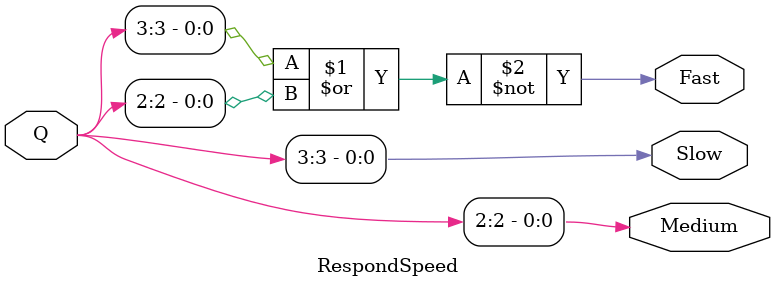
<source format=v>
`timescale 1ns / 1ps
module RespondSpeed(input [3:0] Q, output Fast, Medium, Slow);
	assign Slow = Q[3];
	assign Medium = Q[2];
	assign Fast = ~ (Slow | Medium);
endmodule

</source>
